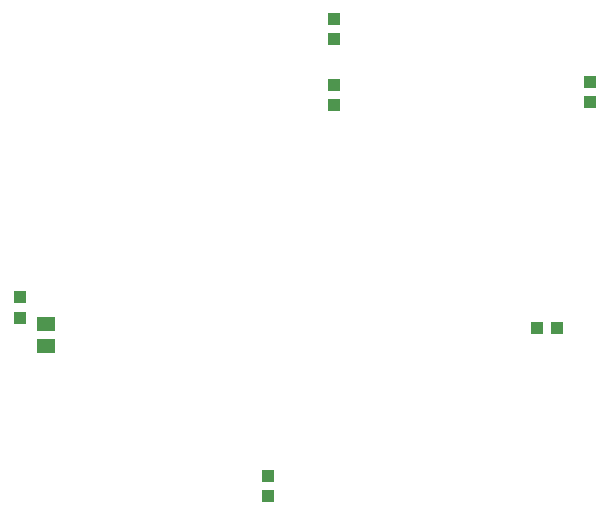
<source format=gbp>
G04*
G04 #@! TF.GenerationSoftware,Altium Limited,Altium Designer,19.0.10 (269)*
G04*
G04 Layer_Color=128*
%FSLAX24Y24*%
%MOIN*%
G70*
G01*
G75*
%ADD18R,0.0394X0.0433*%
%ADD20R,0.0433X0.0394*%
%ADD28R,0.0591X0.0512*%
D18*
X9000Y1528D02*
D03*
Y2197D02*
D03*
X19750Y14665D02*
D03*
Y15335D02*
D03*
X11200Y16765D02*
D03*
Y17435D02*
D03*
X11200Y15235D02*
D03*
Y14565D02*
D03*
X760Y8155D02*
D03*
Y7485D02*
D03*
D20*
X17965Y7148D02*
D03*
X18635D02*
D03*
D28*
X1600Y7274D02*
D03*
Y6526D02*
D03*
M02*

</source>
